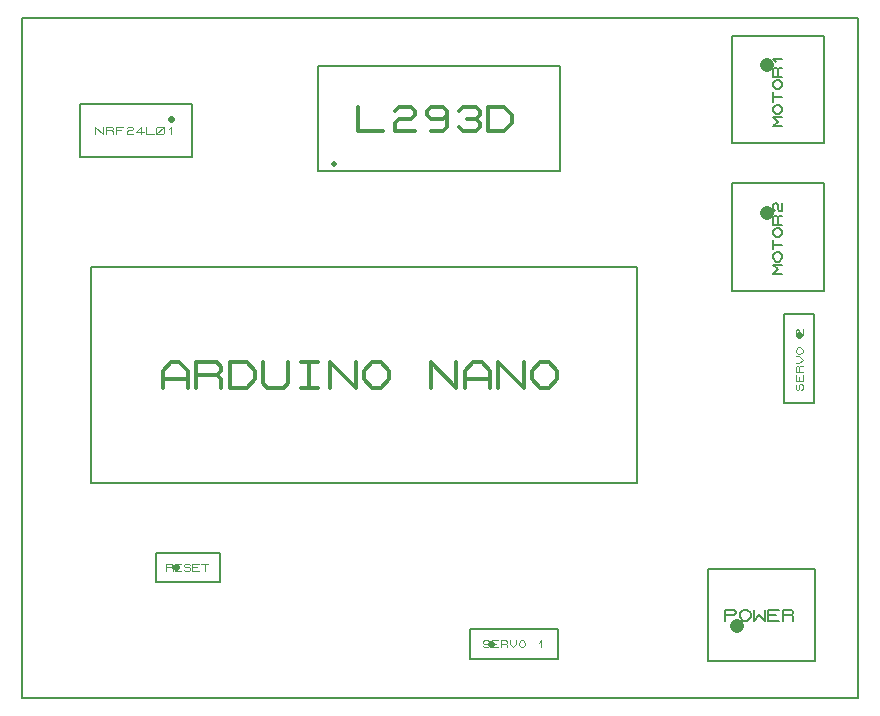
<source format=gbr>
G04 PROTEUS GERBER X2 FILE*
%TF.GenerationSoftware,Labcenter,Proteus,8.9-SP2-Build28501*%
%TF.CreationDate,2020-07-14T17:10:42+00:00*%
%TF.FileFunction,AssemblyDrawing,Top*%
%TF.FilePolarity,Positive*%
%TF.Part,Single*%
%TF.SameCoordinates,{7d90a529-71f2-4dae-951e-d5efde4002f7}*%
%FSLAX45Y45*%
%MOMM*%
G01*
%TA.AperFunction,Profile*%
%ADD18C,0.203200*%
%TA.AperFunction,Material*%
%ADD19C,0.203200*%
%ADD27C,0.355400*%
%ADD71C,0.508000*%
%ADD28C,0.342050*%
%ADD20C,0.152400*%
%ADD29C,0.558800*%
%ADD72C,0.107240*%
%ADD73C,0.095560*%
%ADD30C,0.093980*%
%ADD31C,1.219200*%
%ADD32C,0.151550*%
%ADD33C,0.129900*%
%TD.AperFunction*%
D18*
X-5054600Y-1854200D02*
X+2019300Y-1854200D01*
X+2019300Y+3898900D01*
X-5054600Y+3898900D01*
X-5054600Y-1854200D01*
D19*
X-4470160Y-32360D02*
X+150160Y-32360D01*
X+150160Y+1788760D01*
X-4470160Y+1788760D01*
X-4470160Y-32360D01*
D27*
X-3865962Y+771577D02*
X-3865962Y+913741D01*
X-3794881Y+984823D01*
X-3723799Y+984823D01*
X-3652717Y+913741D01*
X-3652717Y+771577D01*
X-3865962Y+842659D02*
X-3652717Y+842659D01*
X-3581635Y+771577D02*
X-3581635Y+984823D01*
X-3403931Y+984823D01*
X-3368390Y+949282D01*
X-3368390Y+913741D01*
X-3403931Y+878200D01*
X-3581635Y+878200D01*
X-3403931Y+878200D02*
X-3368390Y+842659D01*
X-3368390Y+771577D01*
X-3297308Y+771577D02*
X-3297308Y+984823D01*
X-3155145Y+984823D01*
X-3084063Y+913741D01*
X-3084063Y+842659D01*
X-3155145Y+771577D01*
X-3297308Y+771577D01*
X-3012981Y+984823D02*
X-3012981Y+807118D01*
X-2977441Y+771577D01*
X-2835277Y+771577D01*
X-2799736Y+807118D01*
X-2799736Y+984823D01*
X-2693114Y+984823D02*
X-2550950Y+984823D01*
X-2622032Y+984823D02*
X-2622032Y+771577D01*
X-2693114Y+771577D02*
X-2550950Y+771577D01*
X-2444327Y+771577D02*
X-2444327Y+984823D01*
X-2231082Y+771577D01*
X-2231082Y+984823D01*
X-2160000Y+913741D02*
X-2088919Y+984823D01*
X-2017837Y+984823D01*
X-1946755Y+913741D01*
X-1946755Y+842659D01*
X-2017837Y+771577D01*
X-2088919Y+771577D01*
X-2160000Y+842659D01*
X-2160000Y+913741D01*
X-1591346Y+771577D02*
X-1591346Y+984823D01*
X-1378101Y+771577D01*
X-1378101Y+984823D01*
X-1307019Y+771577D02*
X-1307019Y+913741D01*
X-1235938Y+984823D01*
X-1164856Y+984823D01*
X-1093774Y+913741D01*
X-1093774Y+771577D01*
X-1307019Y+842659D02*
X-1093774Y+842659D01*
X-1022692Y+771577D02*
X-1022692Y+984823D01*
X-809447Y+771577D01*
X-809447Y+984823D01*
X-738365Y+913741D02*
X-667284Y+984823D01*
X-596202Y+984823D01*
X-525120Y+913741D01*
X-525120Y+842659D01*
X-596202Y+771577D01*
X-667284Y+771577D01*
X-738365Y+842659D01*
X-738365Y+913741D01*
D19*
X-2550160Y+2603500D02*
X-497840Y+2603500D01*
X-497840Y+3492500D01*
X-2550160Y+3492500D01*
X-2550160Y+2603500D01*
D71*
X-2413000Y+2667000D02*
X-2413000Y+2667000D01*
D28*
X-2208105Y+3150616D02*
X-2208105Y+2945384D01*
X-2002874Y+2945384D01*
X-1900258Y+3116411D02*
X-1866053Y+3150616D01*
X-1763437Y+3150616D01*
X-1729232Y+3116411D01*
X-1729232Y+3082205D01*
X-1763437Y+3048000D01*
X-1866053Y+3048000D01*
X-1900258Y+3013795D01*
X-1900258Y+2945384D01*
X-1729232Y+2945384D01*
X-1455590Y+3082205D02*
X-1489795Y+3048000D01*
X-1592411Y+3048000D01*
X-1626616Y+3082205D01*
X-1626616Y+3116411D01*
X-1592411Y+3150616D01*
X-1489795Y+3150616D01*
X-1455590Y+3116411D01*
X-1455590Y+2979589D01*
X-1489795Y+2945384D01*
X-1592411Y+2945384D01*
X-1352974Y+3116411D02*
X-1318769Y+3150616D01*
X-1216153Y+3150616D01*
X-1181948Y+3116411D01*
X-1181948Y+3082205D01*
X-1216153Y+3048000D01*
X-1181948Y+3013795D01*
X-1181948Y+2979589D01*
X-1216153Y+2945384D01*
X-1318769Y+2945384D01*
X-1352974Y+2979589D01*
X-1284564Y+3048000D02*
X-1216153Y+3048000D01*
X-1113537Y+2945384D02*
X-1113537Y+3150616D01*
X-976716Y+3150616D01*
X-908306Y+3082205D01*
X-908306Y+3013795D01*
X-976716Y+2945384D01*
X-1113537Y+2945384D01*
D20*
X-3616020Y+2724480D02*
X-3616020Y+3174060D01*
X-4565980Y+3174060D01*
X-4565980Y+2724480D01*
X-3616020Y+2724480D01*
X-3616020Y+3174060D01*
X-4565980Y+3174060D01*
X-4565980Y+2724480D01*
X-3616020Y+2724480D01*
D29*
X-3791000Y+3048000D02*
X-3791000Y+3048000D01*
D72*
X-4434180Y+2917096D02*
X-4434180Y+2981443D01*
X-4369834Y+2917096D01*
X-4369834Y+2981443D01*
X-4348385Y+2917096D02*
X-4348385Y+2981443D01*
X-4294764Y+2981443D01*
X-4284039Y+2970718D01*
X-4284039Y+2959994D01*
X-4294764Y+2949270D01*
X-4348385Y+2949270D01*
X-4294764Y+2949270D02*
X-4284039Y+2938545D01*
X-4284039Y+2917096D01*
X-4262590Y+2917096D02*
X-4262590Y+2981443D01*
X-4198244Y+2981443D01*
X-4262590Y+2949270D02*
X-4219693Y+2949270D01*
X-4166071Y+2970718D02*
X-4155347Y+2981443D01*
X-4123174Y+2981443D01*
X-4112449Y+2970718D01*
X-4112449Y+2959994D01*
X-4123174Y+2949270D01*
X-4155347Y+2949270D01*
X-4166071Y+2938545D01*
X-4166071Y+2917096D01*
X-4112449Y+2917096D01*
X-4026654Y+2938545D02*
X-4091000Y+2938545D01*
X-4048103Y+2981443D01*
X-4048103Y+2917096D01*
X-4005205Y+2981443D02*
X-4005205Y+2917096D01*
X-3940859Y+2917096D01*
X-3919410Y+2927821D02*
X-3919410Y+2970718D01*
X-3908686Y+2981443D01*
X-3865789Y+2981443D01*
X-3855064Y+2970718D01*
X-3855064Y+2927821D01*
X-3865789Y+2917096D01*
X-3908686Y+2917096D01*
X-3919410Y+2927821D01*
X-3919410Y+2917096D02*
X-3855064Y+2981443D01*
X-3812167Y+2959994D02*
X-3790718Y+2981443D01*
X-3790718Y+2917096D01*
D20*
X-1263650Y-1271600D02*
X-1263650Y-1523060D01*
X-514350Y-1523060D01*
X-514350Y-1271600D01*
X-1263650Y-1271600D01*
X-1263650Y-1523060D01*
X-514350Y-1523060D01*
X-514350Y-1271600D01*
X-1263650Y-1271600D01*
D29*
X-1089000Y-1397000D02*
X-1089000Y-1397000D01*
D73*
X-1156585Y-1416443D02*
X-1147029Y-1426000D01*
X-1108802Y-1426000D01*
X-1099246Y-1416443D01*
X-1099246Y-1406887D01*
X-1108802Y-1397330D01*
X-1147029Y-1397330D01*
X-1156585Y-1387773D01*
X-1156585Y-1378217D01*
X-1147029Y-1368660D01*
X-1108802Y-1368660D01*
X-1099246Y-1378217D01*
X-1022793Y-1426000D02*
X-1080132Y-1426000D01*
X-1080132Y-1368660D01*
X-1022793Y-1368660D01*
X-1080132Y-1397330D02*
X-1041906Y-1397330D01*
X-1003679Y-1426000D02*
X-1003679Y-1368660D01*
X-955896Y-1368660D01*
X-946340Y-1378217D01*
X-946340Y-1387773D01*
X-955896Y-1397330D01*
X-1003679Y-1397330D01*
X-955896Y-1397330D02*
X-946340Y-1406887D01*
X-946340Y-1426000D01*
X-927226Y-1368660D02*
X-927226Y-1397330D01*
X-898557Y-1426000D01*
X-869887Y-1397330D01*
X-869887Y-1368660D01*
X-850773Y-1387773D02*
X-831660Y-1368660D01*
X-812547Y-1368660D01*
X-793434Y-1387773D01*
X-793434Y-1406887D01*
X-812547Y-1426000D01*
X-831660Y-1426000D01*
X-850773Y-1406887D01*
X-850773Y-1387773D01*
X-678754Y-1387773D02*
X-659641Y-1368660D01*
X-659641Y-1426000D01*
D20*
X+1649400Y+1390650D02*
X+1397940Y+1390650D01*
X+1397940Y+641350D01*
X+1649400Y+641350D01*
X+1649400Y+1390650D01*
X+1397940Y+1390650D01*
X+1397940Y+641350D01*
X+1649400Y+641350D01*
X+1649400Y+1390650D01*
D29*
X+1524000Y+1216000D02*
X+1524000Y+1216000D01*
D73*
X+1542783Y+748415D02*
X+1552340Y+757971D01*
X+1552340Y+796198D01*
X+1542783Y+805754D01*
X+1533227Y+805754D01*
X+1523670Y+796198D01*
X+1523670Y+757971D01*
X+1514113Y+748415D01*
X+1504557Y+748415D01*
X+1495000Y+757971D01*
X+1495000Y+796198D01*
X+1504557Y+805754D01*
X+1552340Y+882207D02*
X+1552340Y+824868D01*
X+1495000Y+824868D01*
X+1495000Y+882207D01*
X+1523670Y+824868D02*
X+1523670Y+863094D01*
X+1552340Y+901321D02*
X+1495000Y+901321D01*
X+1495000Y+949104D01*
X+1504557Y+958660D01*
X+1514113Y+958660D01*
X+1523670Y+949104D01*
X+1523670Y+901321D01*
X+1523670Y+949104D02*
X+1533227Y+958660D01*
X+1552340Y+958660D01*
X+1495000Y+977774D02*
X+1523670Y+977774D01*
X+1552340Y+1006443D01*
X+1523670Y+1035113D01*
X+1495000Y+1035113D01*
X+1514113Y+1054227D02*
X+1495000Y+1073340D01*
X+1495000Y+1092453D01*
X+1514113Y+1111566D01*
X+1533227Y+1111566D01*
X+1552340Y+1092453D01*
X+1552340Y+1073340D01*
X+1533227Y+1054227D01*
X+1514113Y+1054227D01*
X+1504557Y+1216689D02*
X+1495000Y+1226246D01*
X+1495000Y+1254916D01*
X+1504557Y+1264472D01*
X+1514113Y+1264472D01*
X+1523670Y+1254916D01*
X+1523670Y+1226246D01*
X+1533227Y+1216689D01*
X+1552340Y+1216689D01*
X+1552340Y+1264472D01*
D20*
X-3924320Y-624600D02*
X-3924320Y-876060D01*
X-3375680Y-876060D01*
X-3375680Y-624600D01*
X-3924320Y-624600D01*
X-3924320Y-876060D01*
X-3375680Y-876060D01*
X-3375680Y-624600D01*
X-3924320Y-624600D01*
D29*
X-3750000Y-750000D02*
X-3750000Y-750000D01*
D30*
X-3837960Y-778524D02*
X-3837960Y-722136D01*
X-3790970Y-722136D01*
X-3781572Y-731534D01*
X-3781572Y-740932D01*
X-3790970Y-750330D01*
X-3837960Y-750330D01*
X-3790970Y-750330D02*
X-3781572Y-759728D01*
X-3781572Y-778524D01*
X-3706388Y-778524D02*
X-3762776Y-778524D01*
X-3762776Y-722136D01*
X-3706388Y-722136D01*
X-3762776Y-750330D02*
X-3725184Y-750330D01*
X-3687592Y-769126D02*
X-3678194Y-778524D01*
X-3640602Y-778524D01*
X-3631204Y-769126D01*
X-3631204Y-759728D01*
X-3640602Y-750330D01*
X-3678194Y-750330D01*
X-3687592Y-740932D01*
X-3687592Y-731534D01*
X-3678194Y-722136D01*
X-3640602Y-722136D01*
X-3631204Y-731534D01*
X-3556020Y-778524D02*
X-3612408Y-778524D01*
X-3612408Y-722136D01*
X-3556020Y-722136D01*
X-3612408Y-750330D02*
X-3574816Y-750330D01*
X-3537224Y-722136D02*
X-3480836Y-722136D01*
X-3509030Y-722136D02*
X-3509030Y-778524D01*
D19*
X+748540Y-1547180D02*
X+1657860Y-1547180D01*
X+1657860Y-764860D01*
X+748540Y-764860D01*
X+748540Y-1547180D01*
D31*
X+1000000Y-1250000D02*
X+1000000Y-1250000D01*
D32*
X+900095Y-1201486D02*
X+900095Y-1110554D01*
X+975871Y-1110554D01*
X+991026Y-1125709D01*
X+991026Y-1140865D01*
X+975871Y-1156020D01*
X+900095Y-1156020D01*
X+1021337Y-1140865D02*
X+1051647Y-1110554D01*
X+1081958Y-1110554D01*
X+1112268Y-1140865D01*
X+1112268Y-1171175D01*
X+1081958Y-1201486D01*
X+1051647Y-1201486D01*
X+1021337Y-1171175D01*
X+1021337Y-1140865D01*
X+1142579Y-1110554D02*
X+1142579Y-1201486D01*
X+1188044Y-1156020D01*
X+1233510Y-1201486D01*
X+1233510Y-1110554D01*
X+1354752Y-1201486D02*
X+1263821Y-1201486D01*
X+1263821Y-1110554D01*
X+1354752Y-1110554D01*
X+1263821Y-1156020D02*
X+1324442Y-1156020D01*
X+1385063Y-1201486D02*
X+1385063Y-1110554D01*
X+1460839Y-1110554D01*
X+1475994Y-1125709D01*
X+1475994Y-1140865D01*
X+1460839Y-1156020D01*
X+1385063Y-1156020D01*
X+1460839Y-1156020D02*
X+1475994Y-1171175D01*
X+1475994Y-1201486D01*
D19*
X+952820Y+2842140D02*
X+1735140Y+2842140D01*
X+1735140Y+3751460D01*
X+952820Y+3751460D01*
X+952820Y+2842140D01*
D31*
X+1250000Y+3500000D02*
X+1250000Y+3500000D01*
D33*
X+1382951Y+2985037D02*
X+1305010Y+2985037D01*
X+1343980Y+3024007D01*
X+1305010Y+3062977D01*
X+1382951Y+3062977D01*
X+1330990Y+3088958D02*
X+1305010Y+3114938D01*
X+1305010Y+3140918D01*
X+1330990Y+3166898D01*
X+1356971Y+3166898D01*
X+1382951Y+3140918D01*
X+1382951Y+3114938D01*
X+1356971Y+3088958D01*
X+1330990Y+3088958D01*
X+1305010Y+3192879D02*
X+1305010Y+3270819D01*
X+1305010Y+3231849D02*
X+1382951Y+3231849D01*
X+1330990Y+3296800D02*
X+1305010Y+3322780D01*
X+1305010Y+3348760D01*
X+1330990Y+3374740D01*
X+1356971Y+3374740D01*
X+1382951Y+3348760D01*
X+1382951Y+3322780D01*
X+1356971Y+3296800D01*
X+1330990Y+3296800D01*
X+1382951Y+3400721D02*
X+1305010Y+3400721D01*
X+1305010Y+3465671D01*
X+1318000Y+3478661D01*
X+1330990Y+3478661D01*
X+1343980Y+3465671D01*
X+1343980Y+3400721D01*
X+1343980Y+3465671D02*
X+1356971Y+3478661D01*
X+1382951Y+3478661D01*
X+1330990Y+3530622D02*
X+1305010Y+3556602D01*
X+1382951Y+3556602D01*
D19*
X+952820Y+1592140D02*
X+1735140Y+1592140D01*
X+1735140Y+2501460D01*
X+952820Y+2501460D01*
X+952820Y+1592140D01*
D31*
X+1250000Y+2250000D02*
X+1250000Y+2250000D01*
D33*
X+1382951Y+1735037D02*
X+1305010Y+1735037D01*
X+1343980Y+1774007D01*
X+1305010Y+1812977D01*
X+1382951Y+1812977D01*
X+1330990Y+1838958D02*
X+1305010Y+1864938D01*
X+1305010Y+1890918D01*
X+1330990Y+1916898D01*
X+1356971Y+1916898D01*
X+1382951Y+1890918D01*
X+1382951Y+1864938D01*
X+1356971Y+1838958D01*
X+1330990Y+1838958D01*
X+1305010Y+1942879D02*
X+1305010Y+2020819D01*
X+1305010Y+1981849D02*
X+1382951Y+1981849D01*
X+1330990Y+2046800D02*
X+1305010Y+2072780D01*
X+1305010Y+2098760D01*
X+1330990Y+2124740D01*
X+1356971Y+2124740D01*
X+1382951Y+2098760D01*
X+1382951Y+2072780D01*
X+1356971Y+2046800D01*
X+1330990Y+2046800D01*
X+1382951Y+2150721D02*
X+1305010Y+2150721D01*
X+1305010Y+2215671D01*
X+1318000Y+2228661D01*
X+1330990Y+2228661D01*
X+1343980Y+2215671D01*
X+1343980Y+2150721D01*
X+1343980Y+2215671D02*
X+1356971Y+2228661D01*
X+1382951Y+2228661D01*
X+1318000Y+2267632D02*
X+1305010Y+2280622D01*
X+1305010Y+2319592D01*
X+1318000Y+2332582D01*
X+1330990Y+2332582D01*
X+1343980Y+2319592D01*
X+1343980Y+2280622D01*
X+1356971Y+2267632D01*
X+1382951Y+2267632D01*
X+1382951Y+2332582D01*
M02*

</source>
